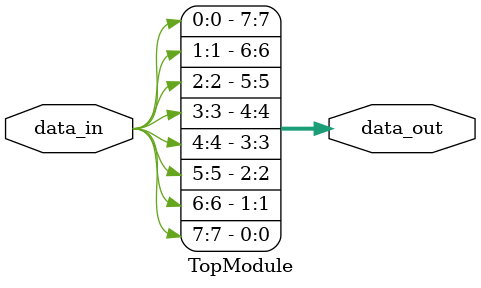
<source format=sv>
module TopModule(
    input  [7:0] data_in,
    output [7:0] data_out
);

    assign data_out[7] = data_in[0];
    assign data_out[6] = data_in[1];
    assign data_out[5] = data_in[2];
    assign data_out[4] = data_in[3];
    assign data_out[3] = data_in[4];
    assign data_out[2] = data_in[5];
    assign data_out[1] = data_in[6];
    assign data_out[0] = data_in[7];

endmodule
</source>
